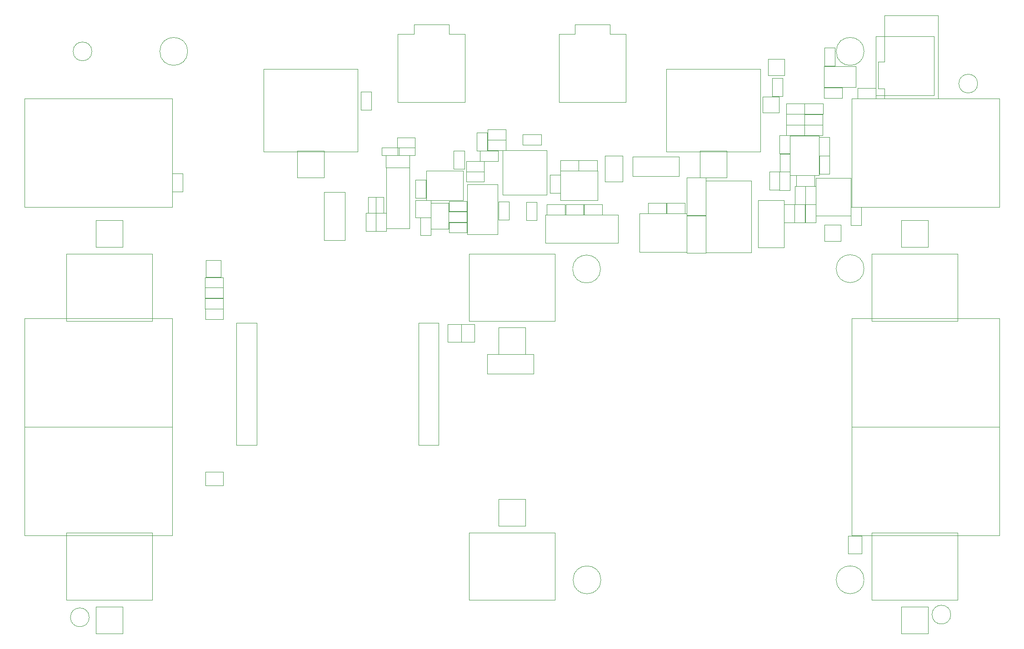
<source format=gbr>
%TF.GenerationSoftware,KiCad,Pcbnew,7.0.9-7.0.9~ubuntu23.04.1*%
%TF.CreationDate,2023-12-04T22:03:06+00:00*%
%TF.ProjectId,pedalboard-hw,70656461-6c62-46f6-9172-642d68772e6b,3.1.0*%
%TF.SameCoordinates,Original*%
%TF.FileFunction,Other,User*%
%FSLAX46Y46*%
G04 Gerber Fmt 4.6, Leading zero omitted, Abs format (unit mm)*
G04 Created by KiCad (PCBNEW 7.0.9-7.0.9~ubuntu23.04.1) date 2023-12-04 22:03:06*
%MOMM*%
%LPD*%
G01*
G04 APERTURE LIST*
%ADD10C,0.050000*%
%ADD11C,0.120000*%
G04 APERTURE END LIST*
D10*
%TO.C,TP3*%
X163260000Y-55360000D02*
X163260000Y-58360000D01*
X163260000Y-55360000D02*
X166260000Y-55360000D01*
X166260000Y-58360000D02*
X163260000Y-58360000D01*
X166260000Y-58360000D02*
X166260000Y-55360000D01*
%TO.C,C23*%
X114050000Y-43290000D02*
X117450000Y-43290000D01*
X114050000Y-45250000D02*
X114050000Y-43290000D01*
X117450000Y-43290000D02*
X117450000Y-45250000D01*
X117450000Y-45250000D02*
X114050000Y-45250000D01*
%TO.C,H7*%
X170600000Y-121500000D02*
G75*
G03*
X170600000Y-121500000I-2600000J0D01*
G01*
%TO.C,FID1*%
X26750000Y-23000000D02*
G75*
G03*
X26750000Y-23000000I-1750000J0D01*
G01*
%TO.C,R10*%
X96460000Y-43510000D02*
X99820000Y-43510000D01*
X96460000Y-45410000D02*
X96460000Y-43510000D01*
X99820000Y-43510000D02*
X99820000Y-45410000D01*
X99820000Y-45410000D02*
X96460000Y-45410000D01*
%TO.C,J3*%
X126250000Y-32450000D02*
X126250000Y-19750000D01*
X126250000Y-19750000D02*
X123250000Y-19750000D01*
X123250000Y-19750000D02*
X123250000Y-17950000D01*
X123250000Y-17950000D02*
X116750000Y-17950000D01*
X116750000Y-19750000D02*
X113750000Y-19750000D01*
X116750000Y-17950000D02*
X116750000Y-19750000D01*
X113750000Y-32450000D02*
X126250000Y-32450000D01*
X113750000Y-20000000D02*
X113750000Y-32450000D01*
X113750000Y-19750000D02*
X113750000Y-20000000D01*
%TO.C,C21*%
X98460000Y-41550000D02*
X98460000Y-38150000D01*
X100420000Y-41550000D02*
X98460000Y-41550000D01*
X98460000Y-38150000D02*
X100420000Y-38150000D01*
X100420000Y-38150000D02*
X100420000Y-41550000D01*
%TO.C,C29*%
X154860000Y-48860000D02*
X154860000Y-45460000D01*
X156820000Y-48860000D02*
X154860000Y-48860000D01*
X154860000Y-45460000D02*
X156820000Y-45460000D01*
X156820000Y-45460000D02*
X156820000Y-48860000D01*
%TO.C,FID2*%
X191750000Y-29000000D02*
G75*
G03*
X191750000Y-29000000I-1750000J0D01*
G01*
%TO.C,TP1*%
X151720000Y-31430000D02*
X151720000Y-34430000D01*
X151720000Y-31430000D02*
X154720000Y-31430000D01*
X154720000Y-34430000D02*
X151720000Y-34430000D01*
X154720000Y-34430000D02*
X154720000Y-31430000D01*
%TO.C,D4*%
X141080000Y-53600000D02*
X141080000Y-60600000D01*
X137580000Y-53600000D02*
X141080000Y-53600000D01*
X141080000Y-60600000D02*
X137580000Y-60600000D01*
X137580000Y-60600000D02*
X137580000Y-53600000D01*
%TO.C,R9*%
X93257500Y-54900000D02*
X96617500Y-54900000D01*
X93257500Y-56800000D02*
X93257500Y-54900000D01*
X96617500Y-54900000D02*
X96617500Y-56800000D01*
X96617500Y-56800000D02*
X93257500Y-56800000D01*
%TO.C,J8*%
X41730000Y-31770000D02*
X41730000Y-52000000D01*
X41730000Y-31770000D02*
X14200000Y-31770000D01*
X14200000Y-52000000D02*
X41730000Y-52000000D01*
X14200000Y-31770000D02*
X14200000Y-52000000D01*
%TO.C,J19*%
X41730000Y-92970000D02*
X41730000Y-113200000D01*
X41730000Y-92970000D02*
X14200000Y-92970000D01*
X14200000Y-113200000D02*
X41730000Y-113200000D01*
X14200000Y-92970000D02*
X14200000Y-113200000D01*
%TO.C,C28*%
X155670000Y-54920000D02*
X155670000Y-51520000D01*
X157630000Y-54920000D02*
X155670000Y-54920000D01*
X155670000Y-51520000D02*
X157630000Y-51520000D01*
X157630000Y-51520000D02*
X157630000Y-54920000D01*
%TO.C,J7*%
X184400000Y-31800000D02*
X184400000Y-16300000D01*
X184400000Y-16300000D02*
X174400000Y-16300000D01*
X174400000Y-31800000D02*
X184400000Y-31800000D01*
X174400000Y-29900000D02*
X174400000Y-31800000D01*
X174400000Y-16300000D02*
X174400000Y-24900000D01*
X173200000Y-29900000D02*
X174400000Y-29900000D01*
X173200000Y-29900000D02*
X173200000Y-24900000D01*
X173200000Y-24900000D02*
X174400000Y-24900000D01*
%TO.C,U5*%
X137570000Y-60450000D02*
X137570000Y-53250000D01*
X137570000Y-53250000D02*
X128770000Y-53250000D01*
X128770000Y-60450000D02*
X137570000Y-60450000D01*
X128770000Y-53250000D02*
X128770000Y-60450000D01*
%TO.C,J6*%
X172790000Y-31210000D02*
X183600000Y-31210000D01*
X183600000Y-31210000D02*
X183600000Y-20210000D01*
X172790000Y-20210000D02*
X172790000Y-31210000D01*
X183600000Y-20210000D02*
X172790000Y-20210000D01*
%TO.C,C24*%
X133790000Y-53200000D02*
X130390000Y-53200000D01*
X133790000Y-51240000D02*
X133790000Y-53200000D01*
X130390000Y-53200000D02*
X130390000Y-51240000D01*
X130390000Y-51240000D02*
X133790000Y-51240000D01*
%TO.C,J9*%
X27500000Y-54500000D02*
X27500000Y-59500000D01*
X27500000Y-59500000D02*
X32500000Y-59500000D01*
X32500000Y-54500000D02*
X27500000Y-54500000D01*
X32500000Y-59500000D02*
X32500000Y-54500000D01*
%TO.C,SW4*%
X122360000Y-47260000D02*
X125660000Y-47260000D01*
X125660000Y-47260000D02*
X125660000Y-42460000D01*
X122360000Y-42460000D02*
X122360000Y-47260000D01*
X125660000Y-42460000D02*
X122360000Y-42460000D01*
%TO.C,R6*%
X96460000Y-45410000D02*
X99820000Y-45410000D01*
X96460000Y-47310000D02*
X96460000Y-45410000D01*
X99820000Y-45410000D02*
X99820000Y-47310000D01*
X99820000Y-47310000D02*
X96460000Y-47310000D01*
%TO.C,C15*%
X96587500Y-54830000D02*
X93187500Y-54830000D01*
X96587500Y-52870000D02*
X96587500Y-54830000D01*
X93187500Y-54830000D02*
X93187500Y-52870000D01*
X93187500Y-52870000D02*
X96587500Y-52870000D01*
%TO.C,JP3*%
X47900000Y-101400000D02*
X47900000Y-103900000D01*
X47900000Y-101400000D02*
X51200000Y-101400000D01*
X51200000Y-103900000D02*
X47900000Y-103900000D01*
X51200000Y-103900000D02*
X51200000Y-101400000D01*
%TO.C,D3*%
X114050000Y-45250000D02*
X114050000Y-50750000D01*
X114050000Y-50750000D02*
X120950000Y-50750000D01*
X120950000Y-45250000D02*
X114050000Y-45250000D01*
X120950000Y-50750000D02*
X120950000Y-45250000D01*
%TO.C,C33*%
X150870000Y-59530000D02*
X150870000Y-50730000D01*
X155670000Y-59530000D02*
X150870000Y-59530000D01*
X150870000Y-50730000D02*
X155670000Y-50730000D01*
X155670000Y-50730000D02*
X155670000Y-59530000D01*
%TO.C,R8*%
X93257500Y-50900000D02*
X96617500Y-50900000D01*
X93257500Y-52800000D02*
X93257500Y-50900000D01*
X96617500Y-50900000D02*
X96617500Y-52800000D01*
X96617500Y-52800000D02*
X93257500Y-52800000D01*
%TO.C,J20*%
X41730000Y-72770000D02*
X41730000Y-93000000D01*
X41730000Y-72770000D02*
X14200000Y-72770000D01*
X14200000Y-93000000D02*
X41730000Y-93000000D01*
X14200000Y-72770000D02*
X14200000Y-93000000D01*
%TO.C,J22*%
X168270000Y-113225000D02*
X168270000Y-92995000D01*
X168270000Y-113225000D02*
X195800000Y-113225000D01*
X195800000Y-92995000D02*
X168270000Y-92995000D01*
X195800000Y-113225000D02*
X195800000Y-92995000D01*
%TO.C,J12*%
X127515000Y-46250000D02*
X136165000Y-46250000D01*
X136165000Y-46250000D02*
X136165000Y-42650000D01*
X127515000Y-42650000D02*
X127515000Y-46250000D01*
X136165000Y-42650000D02*
X127515000Y-42650000D01*
%TO.C,C34*%
X157940000Y-46130000D02*
X161340000Y-46130000D01*
X157940000Y-48090000D02*
X157940000Y-46130000D01*
X161340000Y-46130000D02*
X161340000Y-48090000D01*
X161340000Y-48090000D02*
X157940000Y-48090000D01*
%TO.C,H6*%
X121580000Y-121520000D02*
G75*
G03*
X121580000Y-121520000I-2600000J0D01*
G01*
%TO.C,R15*%
X154880000Y-45450000D02*
X154880000Y-42090000D01*
X156780000Y-45450000D02*
X154880000Y-45450000D01*
X154880000Y-42090000D02*
X156780000Y-42090000D01*
X156780000Y-42090000D02*
X156780000Y-45450000D01*
%TO.C,J24*%
X182500000Y-131500000D02*
X182500000Y-126500000D01*
X182500000Y-126500000D02*
X177500000Y-126500000D01*
X177500000Y-131500000D02*
X182500000Y-131500000D01*
X177500000Y-126500000D02*
X177500000Y-131500000D01*
%TO.C,J23*%
X32500000Y-131500000D02*
X32500000Y-126500000D01*
X32500000Y-126500000D02*
X27500000Y-126500000D01*
X27500000Y-131500000D02*
X32500000Y-131500000D01*
X27500000Y-126500000D02*
X27500000Y-131500000D01*
%TO.C,SW6*%
X97000000Y-60750000D02*
X97000000Y-73250000D01*
X97000000Y-73250000D02*
X113000000Y-73250000D01*
X113000000Y-60750000D02*
X97000000Y-60750000D01*
X113000000Y-73250000D02*
X113000000Y-60750000D01*
%TO.C,FID4*%
X186750000Y-128000000D02*
G75*
G03*
X186750000Y-128000000I-1750000J0D01*
G01*
%TO.C,C8*%
X153440000Y-31370000D02*
X153440000Y-27970000D01*
X155400000Y-31370000D02*
X153440000Y-31370000D01*
X153440000Y-27970000D02*
X155400000Y-27970000D01*
X155400000Y-27970000D02*
X155400000Y-31370000D01*
%TO.C,C37*%
X168150000Y-55430000D02*
X168150000Y-52030000D01*
X170110000Y-55430000D02*
X168150000Y-55430000D01*
X168150000Y-52030000D02*
X170110000Y-52030000D01*
X170110000Y-52030000D02*
X170110000Y-55430000D01*
%TO.C,J17*%
X107500000Y-79500000D02*
X107500000Y-74500000D01*
X107500000Y-74500000D02*
X102500000Y-74500000D01*
X102500000Y-79500000D02*
X107500000Y-79500000D01*
X102500000Y-74500000D02*
X102500000Y-79500000D01*
%TO.C,R7*%
X87960000Y-57310000D02*
X87960000Y-53950000D01*
X89860000Y-57310000D02*
X87960000Y-57310000D01*
X87960000Y-53950000D02*
X89860000Y-53950000D01*
X89860000Y-53950000D02*
X89860000Y-57310000D01*
%TO.C,J11*%
X70010000Y-58230000D02*
X73910000Y-58230000D01*
X73910000Y-58230000D02*
X73910000Y-49230000D01*
X70010000Y-49230000D02*
X70010000Y-58230000D01*
X73910000Y-49230000D02*
X70010000Y-49230000D01*
%TO.C,SW3*%
X89860000Y-56050000D02*
X93160000Y-56050000D01*
X93160000Y-56050000D02*
X93160000Y-51250000D01*
X89860000Y-51250000D02*
X89860000Y-56050000D01*
X93160000Y-51250000D02*
X89860000Y-51250000D01*
%TO.C,R13*%
X162260000Y-45810000D02*
X162260000Y-42450000D01*
X164160000Y-45810000D02*
X162260000Y-45810000D01*
X162260000Y-42450000D02*
X164160000Y-42450000D01*
X164160000Y-42450000D02*
X164160000Y-45810000D01*
%TO.C,H1*%
X44600000Y-23000000D02*
G75*
G03*
X44600000Y-23000000I-2600000J0D01*
G01*
%TO.C,C32*%
X159640000Y-54920000D02*
X159640000Y-51520000D01*
X161600000Y-54920000D02*
X159640000Y-54920000D01*
X159640000Y-51520000D02*
X161600000Y-51520000D01*
X161600000Y-51520000D02*
X161600000Y-54920000D01*
%TO.C,J5*%
X168285000Y-52030000D02*
X168285000Y-31800000D01*
X168285000Y-52030000D02*
X195815000Y-52030000D01*
X195815000Y-31800000D02*
X168285000Y-31800000D01*
X195815000Y-52030000D02*
X195815000Y-31800000D01*
%TO.C,C30*%
X162230000Y-42420000D02*
X162230000Y-39020000D01*
X164190000Y-42420000D02*
X162230000Y-42420000D01*
X162230000Y-39020000D02*
X164190000Y-39020000D01*
X164190000Y-39020000D02*
X164190000Y-42420000D01*
%TO.C,J13*%
X145000000Y-46500000D02*
X145000000Y-41500000D01*
X145000000Y-41500000D02*
X140000000Y-41500000D01*
X140000000Y-46500000D02*
X145000000Y-46500000D01*
X140000000Y-41500000D02*
X140000000Y-46500000D01*
%TO.C,H4*%
X170600000Y-63500000D02*
G75*
G03*
X170600000Y-63500000I-2600000J0D01*
G01*
%TO.C,C35*%
X156820000Y-38670000D02*
X156820000Y-42070000D01*
X154860000Y-38670000D02*
X156820000Y-38670000D01*
X156820000Y-42070000D02*
X154860000Y-42070000D01*
X154860000Y-42070000D02*
X154860000Y-38670000D01*
%TO.C,SW1*%
X58750000Y-26300000D02*
X58750000Y-41700000D01*
X58750000Y-26300000D02*
X76250000Y-26300000D01*
X76250000Y-41700000D02*
X58750000Y-41700000D01*
X76250000Y-41700000D02*
X76250000Y-26300000D01*
%TO.C,C9*%
X159500000Y-36670000D02*
X156100000Y-36670000D01*
X159500000Y-34710000D02*
X159500000Y-36670000D01*
X156100000Y-36670000D02*
X156100000Y-34710000D01*
X156100000Y-34710000D02*
X159500000Y-34710000D01*
%TO.C,U6*%
X162220000Y-38700000D02*
X156820000Y-38700000D01*
X156820000Y-38700000D02*
X156820000Y-46100000D01*
X162220000Y-46100000D02*
X162220000Y-38700000D01*
X156820000Y-46100000D02*
X162220000Y-46100000D01*
%TO.C,D2*%
X89050000Y-45250000D02*
X89050000Y-50750000D01*
X89050000Y-50750000D02*
X95950000Y-50750000D01*
X95950000Y-45250000D02*
X89050000Y-45250000D01*
X95950000Y-50750000D02*
X95950000Y-45250000D01*
%TO.C,J15*%
X177500000Y-54500000D02*
X177500000Y-59500000D01*
X177500000Y-59500000D02*
X182500000Y-59500000D01*
X182500000Y-54500000D02*
X177500000Y-54500000D01*
X182500000Y-59500000D02*
X182500000Y-54500000D01*
%TO.C,C18*%
X94160000Y-44950000D02*
X94160000Y-41550000D01*
X96120000Y-44950000D02*
X94160000Y-44950000D01*
X94160000Y-41550000D02*
X96120000Y-41550000D01*
X96120000Y-41550000D02*
X96120000Y-44950000D01*
%TO.C,J10*%
X70000000Y-46500000D02*
X70000000Y-41500000D01*
X70000000Y-41500000D02*
X65000000Y-41500000D01*
X65000000Y-46500000D02*
X70000000Y-46500000D01*
X65000000Y-41500000D02*
X65000000Y-46500000D01*
%TO.C,R3*%
X86970000Y-40930000D02*
X83610000Y-40930000D01*
X86970000Y-39030000D02*
X86970000Y-40930000D01*
X83610000Y-40930000D02*
X83610000Y-39030000D01*
X83610000Y-39030000D02*
X86970000Y-39030000D01*
%TO.C,C11*%
X88980000Y-46910000D02*
X88980000Y-50310000D01*
X87020000Y-46910000D02*
X88980000Y-46910000D01*
X88980000Y-50310000D02*
X87020000Y-50310000D01*
X87020000Y-50310000D02*
X87020000Y-46910000D01*
%TO.C,C19*%
X104430000Y-51000000D02*
X104430000Y-54400000D01*
X102470000Y-51000000D02*
X104430000Y-51000000D01*
X104430000Y-54400000D02*
X102470000Y-54400000D01*
X102470000Y-54400000D02*
X102470000Y-51000000D01*
%TO.C,R11*%
X115020000Y-51550000D02*
X118380000Y-51550000D01*
X115020000Y-53450000D02*
X115020000Y-51550000D01*
X118380000Y-51550000D02*
X118380000Y-53450000D01*
X118380000Y-53450000D02*
X115020000Y-53450000D01*
%TO.C,C1*%
X78780000Y-30500000D02*
X78780000Y-33900000D01*
X76820000Y-30500000D02*
X78780000Y-30500000D01*
X78780000Y-33900000D02*
X76820000Y-33900000D01*
X76820000Y-33900000D02*
X76820000Y-30500000D01*
%TO.C,C3*%
X159530000Y-32750000D02*
X162930000Y-32750000D01*
X159530000Y-34710000D02*
X159530000Y-32750000D01*
X162930000Y-32750000D02*
X162930000Y-34710000D01*
X162930000Y-34710000D02*
X159530000Y-34710000D01*
%TO.C,J16*%
X109025000Y-79500000D02*
X100375000Y-79500000D01*
X100375000Y-79500000D02*
X100375000Y-83100000D01*
X109025000Y-83100000D02*
X109025000Y-79500000D01*
X100375000Y-83100000D02*
X109025000Y-83100000D01*
%TO.C,C2*%
X166530000Y-31710000D02*
X163130000Y-31710000D01*
X166530000Y-29750000D02*
X166530000Y-31710000D01*
X163130000Y-31710000D02*
X163130000Y-29750000D01*
X163130000Y-29750000D02*
X166530000Y-29750000D01*
%TO.C,J18*%
X168270000Y-93010000D02*
X168270000Y-72780000D01*
X168270000Y-93010000D02*
X195800000Y-93010000D01*
X195800000Y-72780000D02*
X168270000Y-72780000D01*
X195800000Y-93010000D02*
X195800000Y-72780000D01*
%TO.C,C4*%
X163190000Y-25730000D02*
X163190000Y-22330000D01*
X165150000Y-25730000D02*
X163190000Y-25730000D01*
X163190000Y-22330000D02*
X165150000Y-22330000D01*
X165150000Y-22330000D02*
X165150000Y-25730000D01*
%TO.C,C36*%
X157650000Y-54930000D02*
X157650000Y-51530000D01*
X159610000Y-54930000D02*
X157650000Y-54930000D01*
X157650000Y-51530000D02*
X159610000Y-51530000D01*
X159610000Y-51530000D02*
X159610000Y-54930000D01*
%TO.C,JP4*%
X167650000Y-116650000D02*
X170150000Y-116650000D01*
X167650000Y-116650000D02*
X167650000Y-113350000D01*
X170150000Y-113350000D02*
X170150000Y-116650000D01*
X170150000Y-113350000D02*
X167650000Y-113350000D01*
%TO.C,SW5*%
X22000000Y-60750000D02*
X22000000Y-73250000D01*
X22000000Y-73250000D02*
X38000000Y-73250000D01*
X38000000Y-60750000D02*
X22000000Y-60750000D01*
X38000000Y-73250000D02*
X38000000Y-60750000D01*
%TO.C,U2*%
X85920000Y-44690000D02*
X81580000Y-44690000D01*
X81580000Y-44690000D02*
X81580000Y-55990000D01*
X85920000Y-55990000D02*
X85920000Y-44690000D01*
X81580000Y-55990000D02*
X85920000Y-55990000D01*
%TO.C,R4*%
X79680000Y-56520000D02*
X79680000Y-53160000D01*
X81580000Y-56520000D02*
X79680000Y-56520000D01*
X79680000Y-53160000D02*
X81580000Y-53160000D01*
X81580000Y-53160000D02*
X81580000Y-56520000D01*
%TO.C,R16*%
X47870000Y-71000000D02*
X51230000Y-71000000D01*
X47870000Y-72900000D02*
X47870000Y-71000000D01*
X51230000Y-71000000D02*
X51230000Y-72900000D01*
X51230000Y-72900000D02*
X47870000Y-72900000D01*
%TO.C,JP2*%
X95550000Y-77150000D02*
X98050000Y-77150000D01*
X95550000Y-77150000D02*
X95550000Y-73850000D01*
X98050000Y-73850000D02*
X98050000Y-77150000D01*
X98050000Y-73850000D02*
X95550000Y-73850000D01*
%TO.C,JP1*%
X93050000Y-77150000D02*
X95550000Y-77150000D01*
X93050000Y-77150000D02*
X93050000Y-73850000D01*
X95550000Y-73850000D02*
X95550000Y-77150000D01*
X95550000Y-73850000D02*
X93050000Y-73850000D01*
%TO.C,U3*%
X103280000Y-49720000D02*
X111520000Y-49720000D01*
X111520000Y-49720000D02*
X111520000Y-41480000D01*
X103280000Y-41480000D02*
X103280000Y-49720000D01*
X111520000Y-41480000D02*
X103280000Y-41480000D01*
%TO.C,D7*%
X51180000Y-68950000D02*
X47820000Y-68950000D01*
X51180000Y-67050000D02*
X51180000Y-68950000D01*
X47820000Y-68950000D02*
X47820000Y-67050000D01*
X47820000Y-67050000D02*
X51180000Y-67050000D01*
%TO.C,C27*%
X137210000Y-53230000D02*
X133810000Y-53230000D01*
X137210000Y-51270000D02*
X137210000Y-53230000D01*
X133810000Y-53230000D02*
X133810000Y-51270000D01*
X133810000Y-51270000D02*
X137210000Y-51270000D01*
%TO.C,C10*%
X159510000Y-34730000D02*
X162910000Y-34730000D01*
X159510000Y-36690000D02*
X159510000Y-34730000D01*
X162910000Y-34730000D02*
X162910000Y-36690000D01*
X162910000Y-36690000D02*
X159510000Y-36690000D01*
%TO.C,J21*%
X102500000Y-106500000D02*
X102500000Y-111500000D01*
X102500000Y-111500000D02*
X107500000Y-111500000D01*
X107500000Y-106500000D02*
X102500000Y-106500000D01*
X107500000Y-111500000D02*
X107500000Y-106500000D01*
%TO.C,D5*%
X137590000Y-53527500D02*
X137590000Y-46527500D01*
X141090000Y-53527500D02*
X137590000Y-53527500D01*
X137590000Y-46527500D02*
X141090000Y-46527500D01*
X141090000Y-46527500D02*
X141090000Y-53527500D01*
%TO.C,R12*%
X152960000Y-48810000D02*
X152960000Y-45450000D01*
X154860000Y-48810000D02*
X152960000Y-48810000D01*
X152960000Y-45450000D02*
X154860000Y-45450000D01*
X154860000Y-45450000D02*
X154860000Y-48810000D01*
%TO.C,C13*%
X107040000Y-38480000D02*
X110440000Y-38480000D01*
X107040000Y-40440000D02*
X107040000Y-38480000D01*
X110440000Y-38480000D02*
X110440000Y-40440000D01*
X110440000Y-40440000D02*
X107040000Y-40440000D01*
%TO.C,R5*%
X79680000Y-53160000D02*
X79680000Y-56520000D01*
X77780000Y-53160000D02*
X79680000Y-53160000D01*
X79680000Y-56520000D02*
X77780000Y-56520000D01*
X77780000Y-56520000D02*
X77780000Y-53160000D01*
%TO.C,L4*%
X84010000Y-40930000D02*
X86970000Y-40930000D01*
X84010000Y-42390000D02*
X84010000Y-40930000D01*
X86970000Y-40930000D02*
X86970000Y-42390000D01*
X86970000Y-42390000D02*
X84010000Y-42390000D01*
%TO.C,D1*%
X85950000Y-44690000D02*
X85950000Y-42390000D01*
X85950000Y-44690000D02*
X81550000Y-44690000D01*
X81550000Y-44690000D02*
X81550000Y-42390000D01*
X81550000Y-42390000D02*
X85950000Y-42390000D01*
%TO.C,C25*%
X117450000Y-43290000D02*
X120850000Y-43290000D01*
X117450000Y-45250000D02*
X117450000Y-43290000D01*
X120850000Y-43290000D02*
X120850000Y-45250000D01*
X120850000Y-45250000D02*
X117450000Y-45250000D01*
%TO.C,C17*%
X103890000Y-39520000D02*
X100490000Y-39520000D01*
X103890000Y-37560000D02*
X103890000Y-39520000D01*
X100490000Y-39520000D02*
X100490000Y-37560000D01*
X100490000Y-37560000D02*
X103890000Y-37560000D01*
%TO.C,R1*%
X169420000Y-29880000D02*
X172780000Y-29880000D01*
X169420000Y-31780000D02*
X169420000Y-29880000D01*
X172780000Y-29880000D02*
X172780000Y-31780000D01*
X172780000Y-31780000D02*
X169420000Y-31780000D01*
%TO.C,L1*%
X83730000Y-42390000D02*
X80770000Y-42390000D01*
X83730000Y-40930000D02*
X83730000Y-42390000D01*
X80770000Y-42390000D02*
X80770000Y-40930000D01*
X80770000Y-40930000D02*
X83730000Y-40930000D01*
%TO.C,C22*%
X114900000Y-53480000D02*
X111500000Y-53480000D01*
X114900000Y-51520000D02*
X114900000Y-53480000D01*
X111500000Y-53480000D02*
X111500000Y-51520000D01*
X111500000Y-51520000D02*
X114900000Y-51520000D01*
%TO.C,F1*%
X169020000Y-29660000D02*
X163120000Y-29660000D01*
X169020000Y-25760000D02*
X169020000Y-29660000D01*
X163120000Y-29660000D02*
X163120000Y-25760000D01*
X163120000Y-25760000D02*
X169020000Y-25760000D01*
%TO.C,H5*%
X121500000Y-63565600D02*
G75*
G03*
X121500000Y-63565600I-2600000J0D01*
G01*
%TO.C,Y1*%
X111200000Y-53500000D02*
X111200000Y-58700000D01*
X111200000Y-58700000D02*
X124800000Y-58700000D01*
X124800000Y-53500000D02*
X111200000Y-53500000D01*
X124800000Y-58700000D02*
X124800000Y-53500000D01*
%TO.C,SW10*%
X172000000Y-112750000D02*
X172000000Y-125250000D01*
X172000000Y-125250000D02*
X188000000Y-125250000D01*
X188000000Y-112750000D02*
X172000000Y-112750000D01*
X188000000Y-125250000D02*
X188000000Y-112750000D01*
%TO.C,U4*%
X96640000Y-57100000D02*
X102360000Y-57100000D01*
X102360000Y-57100000D02*
X102360000Y-47800000D01*
X96640000Y-47800000D02*
X96640000Y-57100000D01*
X102360000Y-47800000D02*
X96640000Y-47800000D01*
D11*
%TO.C,CM1*%
X91350000Y-96400000D02*
X87570000Y-96400000D01*
X91350000Y-73600000D02*
X91350000Y-96400000D01*
X87570000Y-96400000D02*
X87570000Y-73600000D01*
X87570000Y-73600000D02*
X91350000Y-73600000D01*
X57430000Y-96400000D02*
X53650000Y-96400000D01*
X57430000Y-73600000D02*
X57430000Y-96400000D01*
X53650000Y-96400000D02*
X53650000Y-73600000D01*
X53650000Y-73600000D02*
X57430000Y-73600000D01*
D10*
%TO.C,FID3*%
X26250000Y-128500000D02*
G75*
G03*
X26250000Y-128500000I-1750000J0D01*
G01*
%TO.C,SW7*%
X172000000Y-60750000D02*
X172000000Y-73250000D01*
X172000000Y-73250000D02*
X188000000Y-73250000D01*
X188000000Y-60750000D02*
X172000000Y-60750000D01*
X188000000Y-73250000D02*
X188000000Y-60750000D01*
%TO.C,C5*%
X159490000Y-38650000D02*
X156090000Y-38650000D01*
X159490000Y-36690000D02*
X159490000Y-38650000D01*
X156090000Y-38650000D02*
X156090000Y-36690000D01*
X156090000Y-36690000D02*
X159490000Y-36690000D01*
%TO.C,C6*%
X159520000Y-34710000D02*
X156120000Y-34710000D01*
X159520000Y-32750000D02*
X159520000Y-34710000D01*
X156120000Y-34710000D02*
X156120000Y-32750000D01*
X156120000Y-32750000D02*
X159520000Y-32750000D01*
%TO.C,SW8*%
X22000000Y-112750000D02*
X22000000Y-125250000D01*
X22000000Y-125250000D02*
X38000000Y-125250000D01*
X38000000Y-112750000D02*
X22000000Y-112750000D01*
X38000000Y-125250000D02*
X38000000Y-112750000D01*
%TO.C,C7*%
X159500000Y-36700000D02*
X162900000Y-36700000D01*
X159500000Y-38660000D02*
X159500000Y-36700000D01*
X162900000Y-36700000D02*
X162900000Y-38660000D01*
X162900000Y-38660000D02*
X159500000Y-38660000D01*
%TO.C,R17*%
X47820000Y-65150000D02*
X51180000Y-65150000D01*
X47820000Y-67050000D02*
X47820000Y-65150000D01*
X51180000Y-65150000D02*
X51180000Y-67050000D01*
X51180000Y-67050000D02*
X47820000Y-67050000D01*
%TO.C,C16*%
X114030000Y-46000000D02*
X114030000Y-49400000D01*
X112070000Y-46000000D02*
X114030000Y-46000000D01*
X114030000Y-49400000D02*
X112070000Y-49400000D01*
X112070000Y-49400000D02*
X112070000Y-46000000D01*
%TO.C,R14*%
X159620000Y-48120000D02*
X159620000Y-51480000D01*
X157720000Y-48120000D02*
X159620000Y-48120000D01*
X159620000Y-51480000D02*
X157720000Y-51480000D01*
X157720000Y-51480000D02*
X157720000Y-48120000D01*
%TO.C,H3*%
X170600000Y-23000000D02*
G75*
G03*
X170600000Y-23000000I-2600000J0D01*
G01*
%TO.C,D6*%
X51180000Y-70950000D02*
X47820000Y-70950000D01*
X51180000Y-69050000D02*
X51180000Y-70950000D01*
X47820000Y-70950000D02*
X47820000Y-69050000D01*
X47820000Y-69050000D02*
X51180000Y-69050000D01*
%TO.C,C14*%
X103900000Y-41480000D02*
X100500000Y-41480000D01*
X103900000Y-39520000D02*
X103900000Y-41480000D01*
X100500000Y-41480000D02*
X100500000Y-39520000D01*
X100500000Y-39520000D02*
X103900000Y-39520000D01*
%TO.C,L2*%
X79660000Y-50160000D02*
X79660000Y-53120000D01*
X78200000Y-50160000D02*
X79660000Y-50160000D01*
X79660000Y-53120000D02*
X78200000Y-53120000D01*
X78200000Y-53120000D02*
X78200000Y-50160000D01*
%TO.C,TP2*%
X152730000Y-24440000D02*
X152730000Y-27440000D01*
X152730000Y-24440000D02*
X155730000Y-24440000D01*
X155730000Y-27440000D02*
X152730000Y-27440000D01*
X155730000Y-27440000D02*
X155730000Y-24440000D01*
%TO.C,R2*%
X43650000Y-45780000D02*
X43650000Y-49140000D01*
X41750000Y-45780000D02*
X43650000Y-45780000D01*
X43650000Y-49140000D02*
X41750000Y-49140000D01*
X41750000Y-49140000D02*
X41750000Y-45780000D01*
%TO.C,U1*%
X87060000Y-53950000D02*
X89860000Y-53950000D01*
X87060000Y-53950000D02*
X87060000Y-50750000D01*
X89860000Y-53950000D02*
X89860000Y-50750000D01*
X89860000Y-50750000D02*
X87060000Y-50750000D01*
%TO.C,SW2*%
X133750000Y-26300000D02*
X133750000Y-41700000D01*
X133750000Y-26300000D02*
X151250000Y-26300000D01*
X151250000Y-41700000D02*
X133750000Y-41700000D01*
X151250000Y-41700000D02*
X151250000Y-26300000D01*
%TO.C,SW9*%
X97000000Y-112750000D02*
X97000000Y-125250000D01*
X97000000Y-125250000D02*
X113000000Y-125250000D01*
X113000000Y-112750000D02*
X97000000Y-112750000D01*
X113000000Y-125250000D02*
X113000000Y-112750000D01*
%TO.C,U7*%
X50800000Y-61900600D02*
X48000000Y-61900600D01*
X50800000Y-61900600D02*
X50800000Y-65100600D01*
X48000000Y-61900600D02*
X48000000Y-65100600D01*
X48000000Y-65100600D02*
X50800000Y-65100600D01*
%TO.C,C20*%
X109620000Y-51100000D02*
X109620000Y-54500000D01*
X107660000Y-51100000D02*
X109620000Y-51100000D01*
X109620000Y-54500000D02*
X107660000Y-54500000D01*
X107660000Y-54500000D02*
X107660000Y-51100000D01*
%TO.C,C26*%
X118400000Y-51520000D02*
X121800000Y-51520000D01*
X118400000Y-53480000D02*
X118400000Y-51520000D01*
X121800000Y-51520000D02*
X121800000Y-53480000D01*
X121800000Y-53480000D02*
X118400000Y-53480000D01*
%TO.C,C31*%
X159690000Y-51520000D02*
X159690000Y-48120000D01*
X161650000Y-51520000D02*
X159690000Y-51520000D01*
X159690000Y-48120000D02*
X161650000Y-48120000D01*
X161650000Y-48120000D02*
X161650000Y-51520000D01*
%TO.C,L5*%
X168150000Y-46640000D02*
X161650000Y-46640000D01*
X161650000Y-46640000D02*
X161650000Y-53640000D01*
X168150000Y-53640000D02*
X168150000Y-46640000D01*
X161650000Y-53640000D02*
X168150000Y-53640000D01*
%TO.C,C12*%
X102430000Y-43510000D02*
X99030000Y-43510000D01*
X102430000Y-41550000D02*
X102430000Y-43510000D01*
X99030000Y-43510000D02*
X99030000Y-41550000D01*
X99030000Y-41550000D02*
X102430000Y-41550000D01*
%TO.C,J14*%
X141120000Y-60510000D02*
X149620000Y-60510000D01*
X149620000Y-60510000D02*
X149620000Y-47110000D01*
X141120000Y-47110000D02*
X141120000Y-60510000D01*
X149620000Y-47110000D02*
X141120000Y-47110000D01*
%TO.C,L3*%
X81120000Y-50160000D02*
X81120000Y-53120000D01*
X79660000Y-50160000D02*
X81120000Y-50160000D01*
X81120000Y-53120000D02*
X79660000Y-53120000D01*
X79660000Y-53120000D02*
X79660000Y-50160000D01*
%TO.C,J1*%
X96244500Y-32450000D02*
X96244500Y-19750000D01*
X96244500Y-19750000D02*
X93244500Y-19750000D01*
X93244500Y-19750000D02*
X93244500Y-17950000D01*
X93244500Y-17950000D02*
X86744500Y-17950000D01*
X86744500Y-19750000D02*
X83744500Y-19750000D01*
X86744500Y-17950000D02*
X86744500Y-19750000D01*
X83744500Y-32450000D02*
X96244500Y-32450000D01*
X83744500Y-20000000D02*
X83744500Y-32450000D01*
X83744500Y-19750000D02*
X83744500Y-20000000D01*
%TD*%
M02*

</source>
